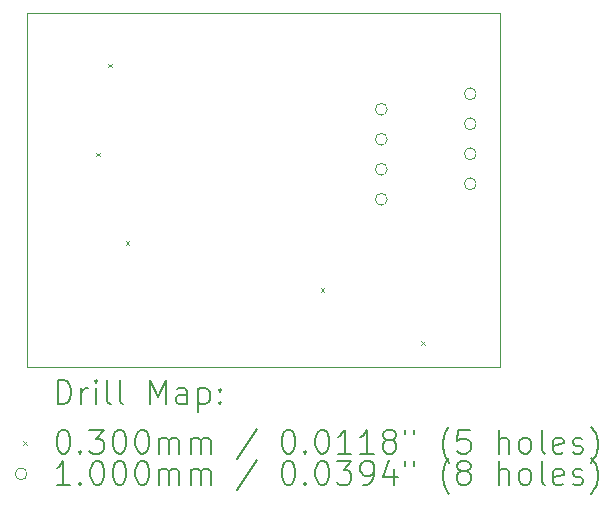
<source format=gbr>
%TF.GenerationSoftware,KiCad,Pcbnew,9.0.6*%
%TF.CreationDate,2025-11-11T11:50:56+01:00*%
%TF.ProjectId,tankuhr,74616e6b-7568-4722-9e6b-696361645f70,rev?*%
%TF.SameCoordinates,Original*%
%TF.FileFunction,Drillmap*%
%TF.FilePolarity,Positive*%
%FSLAX45Y45*%
G04 Gerber Fmt 4.5, Leading zero omitted, Abs format (unit mm)*
G04 Created by KiCad (PCBNEW 9.0.6) date 2025-11-11 11:50:56*
%MOMM*%
%LPD*%
G01*
G04 APERTURE LIST*
%ADD10C,0.050000*%
%ADD11C,0.200000*%
%ADD12C,0.100000*%
G04 APERTURE END LIST*
D10*
X3000000Y-4500000D02*
X7000000Y-4500000D01*
X7000000Y-7500000D01*
X3000000Y-7500000D01*
X3000000Y-4500000D01*
D11*
D12*
X3585000Y-5685000D02*
X3615000Y-5715000D01*
X3615000Y-5685000D02*
X3585000Y-5715000D01*
X3685000Y-4935000D02*
X3715000Y-4965000D01*
X3715000Y-4935000D02*
X3685000Y-4965000D01*
X3835000Y-6435000D02*
X3865000Y-6465000D01*
X3865000Y-6435000D02*
X3835000Y-6465000D01*
X5485000Y-6835000D02*
X5515000Y-6865000D01*
X5515000Y-6835000D02*
X5485000Y-6865000D01*
X6335000Y-7285000D02*
X6365000Y-7315000D01*
X6365000Y-7285000D02*
X6335000Y-7315000D01*
X6046750Y-5319000D02*
G75*
G02*
X5946750Y-5319000I-50000J0D01*
G01*
X5946750Y-5319000D02*
G75*
G02*
X6046750Y-5319000I50000J0D01*
G01*
X6046750Y-5573000D02*
G75*
G02*
X5946750Y-5573000I-50000J0D01*
G01*
X5946750Y-5573000D02*
G75*
G02*
X6046750Y-5573000I50000J0D01*
G01*
X6046750Y-5827000D02*
G75*
G02*
X5946750Y-5827000I-50000J0D01*
G01*
X5946750Y-5827000D02*
G75*
G02*
X6046750Y-5827000I50000J0D01*
G01*
X6046750Y-6081000D02*
G75*
G02*
X5946750Y-6081000I-50000J0D01*
G01*
X5946750Y-6081000D02*
G75*
G02*
X6046750Y-6081000I50000J0D01*
G01*
X6800000Y-5188000D02*
G75*
G02*
X6700000Y-5188000I-50000J0D01*
G01*
X6700000Y-5188000D02*
G75*
G02*
X6800000Y-5188000I50000J0D01*
G01*
X6800000Y-5442000D02*
G75*
G02*
X6700000Y-5442000I-50000J0D01*
G01*
X6700000Y-5442000D02*
G75*
G02*
X6800000Y-5442000I50000J0D01*
G01*
X6800000Y-5696000D02*
G75*
G02*
X6700000Y-5696000I-50000J0D01*
G01*
X6700000Y-5696000D02*
G75*
G02*
X6800000Y-5696000I50000J0D01*
G01*
X6800000Y-5950000D02*
G75*
G02*
X6700000Y-5950000I-50000J0D01*
G01*
X6700000Y-5950000D02*
G75*
G02*
X6800000Y-5950000I50000J0D01*
G01*
D11*
X3258277Y-7813984D02*
X3258277Y-7613984D01*
X3258277Y-7613984D02*
X3305896Y-7613984D01*
X3305896Y-7613984D02*
X3334467Y-7623508D01*
X3334467Y-7623508D02*
X3353515Y-7642555D01*
X3353515Y-7642555D02*
X3363039Y-7661603D01*
X3363039Y-7661603D02*
X3372562Y-7699698D01*
X3372562Y-7699698D02*
X3372562Y-7728269D01*
X3372562Y-7728269D02*
X3363039Y-7766365D01*
X3363039Y-7766365D02*
X3353515Y-7785412D01*
X3353515Y-7785412D02*
X3334467Y-7804460D01*
X3334467Y-7804460D02*
X3305896Y-7813984D01*
X3305896Y-7813984D02*
X3258277Y-7813984D01*
X3458277Y-7813984D02*
X3458277Y-7680650D01*
X3458277Y-7718746D02*
X3467801Y-7699698D01*
X3467801Y-7699698D02*
X3477324Y-7690174D01*
X3477324Y-7690174D02*
X3496372Y-7680650D01*
X3496372Y-7680650D02*
X3515420Y-7680650D01*
X3582086Y-7813984D02*
X3582086Y-7680650D01*
X3582086Y-7613984D02*
X3572562Y-7623508D01*
X3572562Y-7623508D02*
X3582086Y-7633031D01*
X3582086Y-7633031D02*
X3591610Y-7623508D01*
X3591610Y-7623508D02*
X3582086Y-7613984D01*
X3582086Y-7613984D02*
X3582086Y-7633031D01*
X3705896Y-7813984D02*
X3686848Y-7804460D01*
X3686848Y-7804460D02*
X3677324Y-7785412D01*
X3677324Y-7785412D02*
X3677324Y-7613984D01*
X3810658Y-7813984D02*
X3791610Y-7804460D01*
X3791610Y-7804460D02*
X3782086Y-7785412D01*
X3782086Y-7785412D02*
X3782086Y-7613984D01*
X4039229Y-7813984D02*
X4039229Y-7613984D01*
X4039229Y-7613984D02*
X4105896Y-7756841D01*
X4105896Y-7756841D02*
X4172562Y-7613984D01*
X4172562Y-7613984D02*
X4172562Y-7813984D01*
X4353515Y-7813984D02*
X4353515Y-7709222D01*
X4353515Y-7709222D02*
X4343991Y-7690174D01*
X4343991Y-7690174D02*
X4324944Y-7680650D01*
X4324944Y-7680650D02*
X4286848Y-7680650D01*
X4286848Y-7680650D02*
X4267801Y-7690174D01*
X4353515Y-7804460D02*
X4334467Y-7813984D01*
X4334467Y-7813984D02*
X4286848Y-7813984D01*
X4286848Y-7813984D02*
X4267801Y-7804460D01*
X4267801Y-7804460D02*
X4258277Y-7785412D01*
X4258277Y-7785412D02*
X4258277Y-7766365D01*
X4258277Y-7766365D02*
X4267801Y-7747317D01*
X4267801Y-7747317D02*
X4286848Y-7737793D01*
X4286848Y-7737793D02*
X4334467Y-7737793D01*
X4334467Y-7737793D02*
X4353515Y-7728269D01*
X4448753Y-7680650D02*
X4448753Y-7880650D01*
X4448753Y-7690174D02*
X4467801Y-7680650D01*
X4467801Y-7680650D02*
X4505896Y-7680650D01*
X4505896Y-7680650D02*
X4524944Y-7690174D01*
X4524944Y-7690174D02*
X4534467Y-7699698D01*
X4534467Y-7699698D02*
X4543991Y-7718746D01*
X4543991Y-7718746D02*
X4543991Y-7775888D01*
X4543991Y-7775888D02*
X4534467Y-7794936D01*
X4534467Y-7794936D02*
X4524944Y-7804460D01*
X4524944Y-7804460D02*
X4505896Y-7813984D01*
X4505896Y-7813984D02*
X4467801Y-7813984D01*
X4467801Y-7813984D02*
X4448753Y-7804460D01*
X4629705Y-7794936D02*
X4639229Y-7804460D01*
X4639229Y-7804460D02*
X4629705Y-7813984D01*
X4629705Y-7813984D02*
X4620182Y-7804460D01*
X4620182Y-7804460D02*
X4629705Y-7794936D01*
X4629705Y-7794936D02*
X4629705Y-7813984D01*
X4629705Y-7690174D02*
X4639229Y-7699698D01*
X4639229Y-7699698D02*
X4629705Y-7709222D01*
X4629705Y-7709222D02*
X4620182Y-7699698D01*
X4620182Y-7699698D02*
X4629705Y-7690174D01*
X4629705Y-7690174D02*
X4629705Y-7709222D01*
D12*
X2967500Y-8127500D02*
X2997500Y-8157500D01*
X2997500Y-8127500D02*
X2967500Y-8157500D01*
D11*
X3296372Y-8033984D02*
X3315420Y-8033984D01*
X3315420Y-8033984D02*
X3334467Y-8043508D01*
X3334467Y-8043508D02*
X3343991Y-8053031D01*
X3343991Y-8053031D02*
X3353515Y-8072079D01*
X3353515Y-8072079D02*
X3363039Y-8110174D01*
X3363039Y-8110174D02*
X3363039Y-8157793D01*
X3363039Y-8157793D02*
X3353515Y-8195888D01*
X3353515Y-8195888D02*
X3343991Y-8214936D01*
X3343991Y-8214936D02*
X3334467Y-8224460D01*
X3334467Y-8224460D02*
X3315420Y-8233984D01*
X3315420Y-8233984D02*
X3296372Y-8233984D01*
X3296372Y-8233984D02*
X3277324Y-8224460D01*
X3277324Y-8224460D02*
X3267801Y-8214936D01*
X3267801Y-8214936D02*
X3258277Y-8195888D01*
X3258277Y-8195888D02*
X3248753Y-8157793D01*
X3248753Y-8157793D02*
X3248753Y-8110174D01*
X3248753Y-8110174D02*
X3258277Y-8072079D01*
X3258277Y-8072079D02*
X3267801Y-8053031D01*
X3267801Y-8053031D02*
X3277324Y-8043508D01*
X3277324Y-8043508D02*
X3296372Y-8033984D01*
X3448753Y-8214936D02*
X3458277Y-8224460D01*
X3458277Y-8224460D02*
X3448753Y-8233984D01*
X3448753Y-8233984D02*
X3439229Y-8224460D01*
X3439229Y-8224460D02*
X3448753Y-8214936D01*
X3448753Y-8214936D02*
X3448753Y-8233984D01*
X3524943Y-8033984D02*
X3648753Y-8033984D01*
X3648753Y-8033984D02*
X3582086Y-8110174D01*
X3582086Y-8110174D02*
X3610658Y-8110174D01*
X3610658Y-8110174D02*
X3629705Y-8119698D01*
X3629705Y-8119698D02*
X3639229Y-8129222D01*
X3639229Y-8129222D02*
X3648753Y-8148269D01*
X3648753Y-8148269D02*
X3648753Y-8195888D01*
X3648753Y-8195888D02*
X3639229Y-8214936D01*
X3639229Y-8214936D02*
X3629705Y-8224460D01*
X3629705Y-8224460D02*
X3610658Y-8233984D01*
X3610658Y-8233984D02*
X3553515Y-8233984D01*
X3553515Y-8233984D02*
X3534467Y-8224460D01*
X3534467Y-8224460D02*
X3524943Y-8214936D01*
X3772562Y-8033984D02*
X3791610Y-8033984D01*
X3791610Y-8033984D02*
X3810658Y-8043508D01*
X3810658Y-8043508D02*
X3820182Y-8053031D01*
X3820182Y-8053031D02*
X3829705Y-8072079D01*
X3829705Y-8072079D02*
X3839229Y-8110174D01*
X3839229Y-8110174D02*
X3839229Y-8157793D01*
X3839229Y-8157793D02*
X3829705Y-8195888D01*
X3829705Y-8195888D02*
X3820182Y-8214936D01*
X3820182Y-8214936D02*
X3810658Y-8224460D01*
X3810658Y-8224460D02*
X3791610Y-8233984D01*
X3791610Y-8233984D02*
X3772562Y-8233984D01*
X3772562Y-8233984D02*
X3753515Y-8224460D01*
X3753515Y-8224460D02*
X3743991Y-8214936D01*
X3743991Y-8214936D02*
X3734467Y-8195888D01*
X3734467Y-8195888D02*
X3724943Y-8157793D01*
X3724943Y-8157793D02*
X3724943Y-8110174D01*
X3724943Y-8110174D02*
X3734467Y-8072079D01*
X3734467Y-8072079D02*
X3743991Y-8053031D01*
X3743991Y-8053031D02*
X3753515Y-8043508D01*
X3753515Y-8043508D02*
X3772562Y-8033984D01*
X3963039Y-8033984D02*
X3982086Y-8033984D01*
X3982086Y-8033984D02*
X4001134Y-8043508D01*
X4001134Y-8043508D02*
X4010658Y-8053031D01*
X4010658Y-8053031D02*
X4020182Y-8072079D01*
X4020182Y-8072079D02*
X4029705Y-8110174D01*
X4029705Y-8110174D02*
X4029705Y-8157793D01*
X4029705Y-8157793D02*
X4020182Y-8195888D01*
X4020182Y-8195888D02*
X4010658Y-8214936D01*
X4010658Y-8214936D02*
X4001134Y-8224460D01*
X4001134Y-8224460D02*
X3982086Y-8233984D01*
X3982086Y-8233984D02*
X3963039Y-8233984D01*
X3963039Y-8233984D02*
X3943991Y-8224460D01*
X3943991Y-8224460D02*
X3934467Y-8214936D01*
X3934467Y-8214936D02*
X3924943Y-8195888D01*
X3924943Y-8195888D02*
X3915420Y-8157793D01*
X3915420Y-8157793D02*
X3915420Y-8110174D01*
X3915420Y-8110174D02*
X3924943Y-8072079D01*
X3924943Y-8072079D02*
X3934467Y-8053031D01*
X3934467Y-8053031D02*
X3943991Y-8043508D01*
X3943991Y-8043508D02*
X3963039Y-8033984D01*
X4115420Y-8233984D02*
X4115420Y-8100650D01*
X4115420Y-8119698D02*
X4124943Y-8110174D01*
X4124943Y-8110174D02*
X4143991Y-8100650D01*
X4143991Y-8100650D02*
X4172563Y-8100650D01*
X4172563Y-8100650D02*
X4191610Y-8110174D01*
X4191610Y-8110174D02*
X4201134Y-8129222D01*
X4201134Y-8129222D02*
X4201134Y-8233984D01*
X4201134Y-8129222D02*
X4210658Y-8110174D01*
X4210658Y-8110174D02*
X4229705Y-8100650D01*
X4229705Y-8100650D02*
X4258277Y-8100650D01*
X4258277Y-8100650D02*
X4277325Y-8110174D01*
X4277325Y-8110174D02*
X4286848Y-8129222D01*
X4286848Y-8129222D02*
X4286848Y-8233984D01*
X4382086Y-8233984D02*
X4382086Y-8100650D01*
X4382086Y-8119698D02*
X4391610Y-8110174D01*
X4391610Y-8110174D02*
X4410658Y-8100650D01*
X4410658Y-8100650D02*
X4439229Y-8100650D01*
X4439229Y-8100650D02*
X4458277Y-8110174D01*
X4458277Y-8110174D02*
X4467801Y-8129222D01*
X4467801Y-8129222D02*
X4467801Y-8233984D01*
X4467801Y-8129222D02*
X4477325Y-8110174D01*
X4477325Y-8110174D02*
X4496372Y-8100650D01*
X4496372Y-8100650D02*
X4524944Y-8100650D01*
X4524944Y-8100650D02*
X4543991Y-8110174D01*
X4543991Y-8110174D02*
X4553515Y-8129222D01*
X4553515Y-8129222D02*
X4553515Y-8233984D01*
X4943991Y-8024460D02*
X4772563Y-8281603D01*
X5201134Y-8033984D02*
X5220182Y-8033984D01*
X5220182Y-8033984D02*
X5239229Y-8043508D01*
X5239229Y-8043508D02*
X5248753Y-8053031D01*
X5248753Y-8053031D02*
X5258277Y-8072079D01*
X5258277Y-8072079D02*
X5267801Y-8110174D01*
X5267801Y-8110174D02*
X5267801Y-8157793D01*
X5267801Y-8157793D02*
X5258277Y-8195888D01*
X5258277Y-8195888D02*
X5248753Y-8214936D01*
X5248753Y-8214936D02*
X5239229Y-8224460D01*
X5239229Y-8224460D02*
X5220182Y-8233984D01*
X5220182Y-8233984D02*
X5201134Y-8233984D01*
X5201134Y-8233984D02*
X5182087Y-8224460D01*
X5182087Y-8224460D02*
X5172563Y-8214936D01*
X5172563Y-8214936D02*
X5163039Y-8195888D01*
X5163039Y-8195888D02*
X5153515Y-8157793D01*
X5153515Y-8157793D02*
X5153515Y-8110174D01*
X5153515Y-8110174D02*
X5163039Y-8072079D01*
X5163039Y-8072079D02*
X5172563Y-8053031D01*
X5172563Y-8053031D02*
X5182087Y-8043508D01*
X5182087Y-8043508D02*
X5201134Y-8033984D01*
X5353515Y-8214936D02*
X5363039Y-8224460D01*
X5363039Y-8224460D02*
X5353515Y-8233984D01*
X5353515Y-8233984D02*
X5343991Y-8224460D01*
X5343991Y-8224460D02*
X5353515Y-8214936D01*
X5353515Y-8214936D02*
X5353515Y-8233984D01*
X5486848Y-8033984D02*
X5505896Y-8033984D01*
X5505896Y-8033984D02*
X5524944Y-8043508D01*
X5524944Y-8043508D02*
X5534468Y-8053031D01*
X5534468Y-8053031D02*
X5543991Y-8072079D01*
X5543991Y-8072079D02*
X5553515Y-8110174D01*
X5553515Y-8110174D02*
X5553515Y-8157793D01*
X5553515Y-8157793D02*
X5543991Y-8195888D01*
X5543991Y-8195888D02*
X5534468Y-8214936D01*
X5534468Y-8214936D02*
X5524944Y-8224460D01*
X5524944Y-8224460D02*
X5505896Y-8233984D01*
X5505896Y-8233984D02*
X5486848Y-8233984D01*
X5486848Y-8233984D02*
X5467801Y-8224460D01*
X5467801Y-8224460D02*
X5458277Y-8214936D01*
X5458277Y-8214936D02*
X5448753Y-8195888D01*
X5448753Y-8195888D02*
X5439229Y-8157793D01*
X5439229Y-8157793D02*
X5439229Y-8110174D01*
X5439229Y-8110174D02*
X5448753Y-8072079D01*
X5448753Y-8072079D02*
X5458277Y-8053031D01*
X5458277Y-8053031D02*
X5467801Y-8043508D01*
X5467801Y-8043508D02*
X5486848Y-8033984D01*
X5743991Y-8233984D02*
X5629706Y-8233984D01*
X5686848Y-8233984D02*
X5686848Y-8033984D01*
X5686848Y-8033984D02*
X5667801Y-8062555D01*
X5667801Y-8062555D02*
X5648753Y-8081603D01*
X5648753Y-8081603D02*
X5629706Y-8091127D01*
X5934467Y-8233984D02*
X5820182Y-8233984D01*
X5877325Y-8233984D02*
X5877325Y-8033984D01*
X5877325Y-8033984D02*
X5858277Y-8062555D01*
X5858277Y-8062555D02*
X5839229Y-8081603D01*
X5839229Y-8081603D02*
X5820182Y-8091127D01*
X6048753Y-8119698D02*
X6029706Y-8110174D01*
X6029706Y-8110174D02*
X6020182Y-8100650D01*
X6020182Y-8100650D02*
X6010658Y-8081603D01*
X6010658Y-8081603D02*
X6010658Y-8072079D01*
X6010658Y-8072079D02*
X6020182Y-8053031D01*
X6020182Y-8053031D02*
X6029706Y-8043508D01*
X6029706Y-8043508D02*
X6048753Y-8033984D01*
X6048753Y-8033984D02*
X6086848Y-8033984D01*
X6086848Y-8033984D02*
X6105896Y-8043508D01*
X6105896Y-8043508D02*
X6115420Y-8053031D01*
X6115420Y-8053031D02*
X6124944Y-8072079D01*
X6124944Y-8072079D02*
X6124944Y-8081603D01*
X6124944Y-8081603D02*
X6115420Y-8100650D01*
X6115420Y-8100650D02*
X6105896Y-8110174D01*
X6105896Y-8110174D02*
X6086848Y-8119698D01*
X6086848Y-8119698D02*
X6048753Y-8119698D01*
X6048753Y-8119698D02*
X6029706Y-8129222D01*
X6029706Y-8129222D02*
X6020182Y-8138746D01*
X6020182Y-8138746D02*
X6010658Y-8157793D01*
X6010658Y-8157793D02*
X6010658Y-8195888D01*
X6010658Y-8195888D02*
X6020182Y-8214936D01*
X6020182Y-8214936D02*
X6029706Y-8224460D01*
X6029706Y-8224460D02*
X6048753Y-8233984D01*
X6048753Y-8233984D02*
X6086848Y-8233984D01*
X6086848Y-8233984D02*
X6105896Y-8224460D01*
X6105896Y-8224460D02*
X6115420Y-8214936D01*
X6115420Y-8214936D02*
X6124944Y-8195888D01*
X6124944Y-8195888D02*
X6124944Y-8157793D01*
X6124944Y-8157793D02*
X6115420Y-8138746D01*
X6115420Y-8138746D02*
X6105896Y-8129222D01*
X6105896Y-8129222D02*
X6086848Y-8119698D01*
X6201134Y-8033984D02*
X6201134Y-8072079D01*
X6277325Y-8033984D02*
X6277325Y-8072079D01*
X6572563Y-8310174D02*
X6563039Y-8300650D01*
X6563039Y-8300650D02*
X6543991Y-8272079D01*
X6543991Y-8272079D02*
X6534468Y-8253031D01*
X6534468Y-8253031D02*
X6524944Y-8224460D01*
X6524944Y-8224460D02*
X6515420Y-8176841D01*
X6515420Y-8176841D02*
X6515420Y-8138746D01*
X6515420Y-8138746D02*
X6524944Y-8091127D01*
X6524944Y-8091127D02*
X6534468Y-8062555D01*
X6534468Y-8062555D02*
X6543991Y-8043508D01*
X6543991Y-8043508D02*
X6563039Y-8014936D01*
X6563039Y-8014936D02*
X6572563Y-8005412D01*
X6743991Y-8033984D02*
X6648753Y-8033984D01*
X6648753Y-8033984D02*
X6639229Y-8129222D01*
X6639229Y-8129222D02*
X6648753Y-8119698D01*
X6648753Y-8119698D02*
X6667801Y-8110174D01*
X6667801Y-8110174D02*
X6715420Y-8110174D01*
X6715420Y-8110174D02*
X6734468Y-8119698D01*
X6734468Y-8119698D02*
X6743991Y-8129222D01*
X6743991Y-8129222D02*
X6753515Y-8148269D01*
X6753515Y-8148269D02*
X6753515Y-8195888D01*
X6753515Y-8195888D02*
X6743991Y-8214936D01*
X6743991Y-8214936D02*
X6734468Y-8224460D01*
X6734468Y-8224460D02*
X6715420Y-8233984D01*
X6715420Y-8233984D02*
X6667801Y-8233984D01*
X6667801Y-8233984D02*
X6648753Y-8224460D01*
X6648753Y-8224460D02*
X6639229Y-8214936D01*
X6991610Y-8233984D02*
X6991610Y-8033984D01*
X7077325Y-8233984D02*
X7077325Y-8129222D01*
X7077325Y-8129222D02*
X7067801Y-8110174D01*
X7067801Y-8110174D02*
X7048753Y-8100650D01*
X7048753Y-8100650D02*
X7020182Y-8100650D01*
X7020182Y-8100650D02*
X7001134Y-8110174D01*
X7001134Y-8110174D02*
X6991610Y-8119698D01*
X7201134Y-8233984D02*
X7182087Y-8224460D01*
X7182087Y-8224460D02*
X7172563Y-8214936D01*
X7172563Y-8214936D02*
X7163039Y-8195888D01*
X7163039Y-8195888D02*
X7163039Y-8138746D01*
X7163039Y-8138746D02*
X7172563Y-8119698D01*
X7172563Y-8119698D02*
X7182087Y-8110174D01*
X7182087Y-8110174D02*
X7201134Y-8100650D01*
X7201134Y-8100650D02*
X7229706Y-8100650D01*
X7229706Y-8100650D02*
X7248753Y-8110174D01*
X7248753Y-8110174D02*
X7258277Y-8119698D01*
X7258277Y-8119698D02*
X7267801Y-8138746D01*
X7267801Y-8138746D02*
X7267801Y-8195888D01*
X7267801Y-8195888D02*
X7258277Y-8214936D01*
X7258277Y-8214936D02*
X7248753Y-8224460D01*
X7248753Y-8224460D02*
X7229706Y-8233984D01*
X7229706Y-8233984D02*
X7201134Y-8233984D01*
X7382087Y-8233984D02*
X7363039Y-8224460D01*
X7363039Y-8224460D02*
X7353515Y-8205412D01*
X7353515Y-8205412D02*
X7353515Y-8033984D01*
X7534468Y-8224460D02*
X7515420Y-8233984D01*
X7515420Y-8233984D02*
X7477325Y-8233984D01*
X7477325Y-8233984D02*
X7458277Y-8224460D01*
X7458277Y-8224460D02*
X7448753Y-8205412D01*
X7448753Y-8205412D02*
X7448753Y-8129222D01*
X7448753Y-8129222D02*
X7458277Y-8110174D01*
X7458277Y-8110174D02*
X7477325Y-8100650D01*
X7477325Y-8100650D02*
X7515420Y-8100650D01*
X7515420Y-8100650D02*
X7534468Y-8110174D01*
X7534468Y-8110174D02*
X7543991Y-8129222D01*
X7543991Y-8129222D02*
X7543991Y-8148269D01*
X7543991Y-8148269D02*
X7448753Y-8167317D01*
X7620182Y-8224460D02*
X7639230Y-8233984D01*
X7639230Y-8233984D02*
X7677325Y-8233984D01*
X7677325Y-8233984D02*
X7696372Y-8224460D01*
X7696372Y-8224460D02*
X7705896Y-8205412D01*
X7705896Y-8205412D02*
X7705896Y-8195888D01*
X7705896Y-8195888D02*
X7696372Y-8176841D01*
X7696372Y-8176841D02*
X7677325Y-8167317D01*
X7677325Y-8167317D02*
X7648753Y-8167317D01*
X7648753Y-8167317D02*
X7629706Y-8157793D01*
X7629706Y-8157793D02*
X7620182Y-8138746D01*
X7620182Y-8138746D02*
X7620182Y-8129222D01*
X7620182Y-8129222D02*
X7629706Y-8110174D01*
X7629706Y-8110174D02*
X7648753Y-8100650D01*
X7648753Y-8100650D02*
X7677325Y-8100650D01*
X7677325Y-8100650D02*
X7696372Y-8110174D01*
X7772563Y-8310174D02*
X7782087Y-8300650D01*
X7782087Y-8300650D02*
X7801134Y-8272079D01*
X7801134Y-8272079D02*
X7810658Y-8253031D01*
X7810658Y-8253031D02*
X7820182Y-8224460D01*
X7820182Y-8224460D02*
X7829706Y-8176841D01*
X7829706Y-8176841D02*
X7829706Y-8138746D01*
X7829706Y-8138746D02*
X7820182Y-8091127D01*
X7820182Y-8091127D02*
X7810658Y-8062555D01*
X7810658Y-8062555D02*
X7801134Y-8043508D01*
X7801134Y-8043508D02*
X7782087Y-8014936D01*
X7782087Y-8014936D02*
X7772563Y-8005412D01*
D12*
X2997500Y-8406500D02*
G75*
G02*
X2897500Y-8406500I-50000J0D01*
G01*
X2897500Y-8406500D02*
G75*
G02*
X2997500Y-8406500I50000J0D01*
G01*
D11*
X3363039Y-8497984D02*
X3248753Y-8497984D01*
X3305896Y-8497984D02*
X3305896Y-8297984D01*
X3305896Y-8297984D02*
X3286848Y-8326555D01*
X3286848Y-8326555D02*
X3267801Y-8345603D01*
X3267801Y-8345603D02*
X3248753Y-8355127D01*
X3448753Y-8478936D02*
X3458277Y-8488460D01*
X3458277Y-8488460D02*
X3448753Y-8497984D01*
X3448753Y-8497984D02*
X3439229Y-8488460D01*
X3439229Y-8488460D02*
X3448753Y-8478936D01*
X3448753Y-8478936D02*
X3448753Y-8497984D01*
X3582086Y-8297984D02*
X3601134Y-8297984D01*
X3601134Y-8297984D02*
X3620182Y-8307508D01*
X3620182Y-8307508D02*
X3629705Y-8317031D01*
X3629705Y-8317031D02*
X3639229Y-8336079D01*
X3639229Y-8336079D02*
X3648753Y-8374174D01*
X3648753Y-8374174D02*
X3648753Y-8421793D01*
X3648753Y-8421793D02*
X3639229Y-8459889D01*
X3639229Y-8459889D02*
X3629705Y-8478936D01*
X3629705Y-8478936D02*
X3620182Y-8488460D01*
X3620182Y-8488460D02*
X3601134Y-8497984D01*
X3601134Y-8497984D02*
X3582086Y-8497984D01*
X3582086Y-8497984D02*
X3563039Y-8488460D01*
X3563039Y-8488460D02*
X3553515Y-8478936D01*
X3553515Y-8478936D02*
X3543991Y-8459889D01*
X3543991Y-8459889D02*
X3534467Y-8421793D01*
X3534467Y-8421793D02*
X3534467Y-8374174D01*
X3534467Y-8374174D02*
X3543991Y-8336079D01*
X3543991Y-8336079D02*
X3553515Y-8317031D01*
X3553515Y-8317031D02*
X3563039Y-8307508D01*
X3563039Y-8307508D02*
X3582086Y-8297984D01*
X3772562Y-8297984D02*
X3791610Y-8297984D01*
X3791610Y-8297984D02*
X3810658Y-8307508D01*
X3810658Y-8307508D02*
X3820182Y-8317031D01*
X3820182Y-8317031D02*
X3829705Y-8336079D01*
X3829705Y-8336079D02*
X3839229Y-8374174D01*
X3839229Y-8374174D02*
X3839229Y-8421793D01*
X3839229Y-8421793D02*
X3829705Y-8459889D01*
X3829705Y-8459889D02*
X3820182Y-8478936D01*
X3820182Y-8478936D02*
X3810658Y-8488460D01*
X3810658Y-8488460D02*
X3791610Y-8497984D01*
X3791610Y-8497984D02*
X3772562Y-8497984D01*
X3772562Y-8497984D02*
X3753515Y-8488460D01*
X3753515Y-8488460D02*
X3743991Y-8478936D01*
X3743991Y-8478936D02*
X3734467Y-8459889D01*
X3734467Y-8459889D02*
X3724943Y-8421793D01*
X3724943Y-8421793D02*
X3724943Y-8374174D01*
X3724943Y-8374174D02*
X3734467Y-8336079D01*
X3734467Y-8336079D02*
X3743991Y-8317031D01*
X3743991Y-8317031D02*
X3753515Y-8307508D01*
X3753515Y-8307508D02*
X3772562Y-8297984D01*
X3963039Y-8297984D02*
X3982086Y-8297984D01*
X3982086Y-8297984D02*
X4001134Y-8307508D01*
X4001134Y-8307508D02*
X4010658Y-8317031D01*
X4010658Y-8317031D02*
X4020182Y-8336079D01*
X4020182Y-8336079D02*
X4029705Y-8374174D01*
X4029705Y-8374174D02*
X4029705Y-8421793D01*
X4029705Y-8421793D02*
X4020182Y-8459889D01*
X4020182Y-8459889D02*
X4010658Y-8478936D01*
X4010658Y-8478936D02*
X4001134Y-8488460D01*
X4001134Y-8488460D02*
X3982086Y-8497984D01*
X3982086Y-8497984D02*
X3963039Y-8497984D01*
X3963039Y-8497984D02*
X3943991Y-8488460D01*
X3943991Y-8488460D02*
X3934467Y-8478936D01*
X3934467Y-8478936D02*
X3924943Y-8459889D01*
X3924943Y-8459889D02*
X3915420Y-8421793D01*
X3915420Y-8421793D02*
X3915420Y-8374174D01*
X3915420Y-8374174D02*
X3924943Y-8336079D01*
X3924943Y-8336079D02*
X3934467Y-8317031D01*
X3934467Y-8317031D02*
X3943991Y-8307508D01*
X3943991Y-8307508D02*
X3963039Y-8297984D01*
X4115420Y-8497984D02*
X4115420Y-8364650D01*
X4115420Y-8383698D02*
X4124943Y-8374174D01*
X4124943Y-8374174D02*
X4143991Y-8364650D01*
X4143991Y-8364650D02*
X4172563Y-8364650D01*
X4172563Y-8364650D02*
X4191610Y-8374174D01*
X4191610Y-8374174D02*
X4201134Y-8393222D01*
X4201134Y-8393222D02*
X4201134Y-8497984D01*
X4201134Y-8393222D02*
X4210658Y-8374174D01*
X4210658Y-8374174D02*
X4229705Y-8364650D01*
X4229705Y-8364650D02*
X4258277Y-8364650D01*
X4258277Y-8364650D02*
X4277325Y-8374174D01*
X4277325Y-8374174D02*
X4286848Y-8393222D01*
X4286848Y-8393222D02*
X4286848Y-8497984D01*
X4382086Y-8497984D02*
X4382086Y-8364650D01*
X4382086Y-8383698D02*
X4391610Y-8374174D01*
X4391610Y-8374174D02*
X4410658Y-8364650D01*
X4410658Y-8364650D02*
X4439229Y-8364650D01*
X4439229Y-8364650D02*
X4458277Y-8374174D01*
X4458277Y-8374174D02*
X4467801Y-8393222D01*
X4467801Y-8393222D02*
X4467801Y-8497984D01*
X4467801Y-8393222D02*
X4477325Y-8374174D01*
X4477325Y-8374174D02*
X4496372Y-8364650D01*
X4496372Y-8364650D02*
X4524944Y-8364650D01*
X4524944Y-8364650D02*
X4543991Y-8374174D01*
X4543991Y-8374174D02*
X4553515Y-8393222D01*
X4553515Y-8393222D02*
X4553515Y-8497984D01*
X4943991Y-8288460D02*
X4772563Y-8545603D01*
X5201134Y-8297984D02*
X5220182Y-8297984D01*
X5220182Y-8297984D02*
X5239229Y-8307508D01*
X5239229Y-8307508D02*
X5248753Y-8317031D01*
X5248753Y-8317031D02*
X5258277Y-8336079D01*
X5258277Y-8336079D02*
X5267801Y-8374174D01*
X5267801Y-8374174D02*
X5267801Y-8421793D01*
X5267801Y-8421793D02*
X5258277Y-8459889D01*
X5258277Y-8459889D02*
X5248753Y-8478936D01*
X5248753Y-8478936D02*
X5239229Y-8488460D01*
X5239229Y-8488460D02*
X5220182Y-8497984D01*
X5220182Y-8497984D02*
X5201134Y-8497984D01*
X5201134Y-8497984D02*
X5182087Y-8488460D01*
X5182087Y-8488460D02*
X5172563Y-8478936D01*
X5172563Y-8478936D02*
X5163039Y-8459889D01*
X5163039Y-8459889D02*
X5153515Y-8421793D01*
X5153515Y-8421793D02*
X5153515Y-8374174D01*
X5153515Y-8374174D02*
X5163039Y-8336079D01*
X5163039Y-8336079D02*
X5172563Y-8317031D01*
X5172563Y-8317031D02*
X5182087Y-8307508D01*
X5182087Y-8307508D02*
X5201134Y-8297984D01*
X5353515Y-8478936D02*
X5363039Y-8488460D01*
X5363039Y-8488460D02*
X5353515Y-8497984D01*
X5353515Y-8497984D02*
X5343991Y-8488460D01*
X5343991Y-8488460D02*
X5353515Y-8478936D01*
X5353515Y-8478936D02*
X5353515Y-8497984D01*
X5486848Y-8297984D02*
X5505896Y-8297984D01*
X5505896Y-8297984D02*
X5524944Y-8307508D01*
X5524944Y-8307508D02*
X5534468Y-8317031D01*
X5534468Y-8317031D02*
X5543991Y-8336079D01*
X5543991Y-8336079D02*
X5553515Y-8374174D01*
X5553515Y-8374174D02*
X5553515Y-8421793D01*
X5553515Y-8421793D02*
X5543991Y-8459889D01*
X5543991Y-8459889D02*
X5534468Y-8478936D01*
X5534468Y-8478936D02*
X5524944Y-8488460D01*
X5524944Y-8488460D02*
X5505896Y-8497984D01*
X5505896Y-8497984D02*
X5486848Y-8497984D01*
X5486848Y-8497984D02*
X5467801Y-8488460D01*
X5467801Y-8488460D02*
X5458277Y-8478936D01*
X5458277Y-8478936D02*
X5448753Y-8459889D01*
X5448753Y-8459889D02*
X5439229Y-8421793D01*
X5439229Y-8421793D02*
X5439229Y-8374174D01*
X5439229Y-8374174D02*
X5448753Y-8336079D01*
X5448753Y-8336079D02*
X5458277Y-8317031D01*
X5458277Y-8317031D02*
X5467801Y-8307508D01*
X5467801Y-8307508D02*
X5486848Y-8297984D01*
X5620182Y-8297984D02*
X5743991Y-8297984D01*
X5743991Y-8297984D02*
X5677325Y-8374174D01*
X5677325Y-8374174D02*
X5705896Y-8374174D01*
X5705896Y-8374174D02*
X5724944Y-8383698D01*
X5724944Y-8383698D02*
X5734467Y-8393222D01*
X5734467Y-8393222D02*
X5743991Y-8412270D01*
X5743991Y-8412270D02*
X5743991Y-8459889D01*
X5743991Y-8459889D02*
X5734467Y-8478936D01*
X5734467Y-8478936D02*
X5724944Y-8488460D01*
X5724944Y-8488460D02*
X5705896Y-8497984D01*
X5705896Y-8497984D02*
X5648753Y-8497984D01*
X5648753Y-8497984D02*
X5629706Y-8488460D01*
X5629706Y-8488460D02*
X5620182Y-8478936D01*
X5839229Y-8497984D02*
X5877325Y-8497984D01*
X5877325Y-8497984D02*
X5896372Y-8488460D01*
X5896372Y-8488460D02*
X5905896Y-8478936D01*
X5905896Y-8478936D02*
X5924944Y-8450365D01*
X5924944Y-8450365D02*
X5934467Y-8412270D01*
X5934467Y-8412270D02*
X5934467Y-8336079D01*
X5934467Y-8336079D02*
X5924944Y-8317031D01*
X5924944Y-8317031D02*
X5915420Y-8307508D01*
X5915420Y-8307508D02*
X5896372Y-8297984D01*
X5896372Y-8297984D02*
X5858277Y-8297984D01*
X5858277Y-8297984D02*
X5839229Y-8307508D01*
X5839229Y-8307508D02*
X5829706Y-8317031D01*
X5829706Y-8317031D02*
X5820182Y-8336079D01*
X5820182Y-8336079D02*
X5820182Y-8383698D01*
X5820182Y-8383698D02*
X5829706Y-8402746D01*
X5829706Y-8402746D02*
X5839229Y-8412270D01*
X5839229Y-8412270D02*
X5858277Y-8421793D01*
X5858277Y-8421793D02*
X5896372Y-8421793D01*
X5896372Y-8421793D02*
X5915420Y-8412270D01*
X5915420Y-8412270D02*
X5924944Y-8402746D01*
X5924944Y-8402746D02*
X5934467Y-8383698D01*
X6105896Y-8364650D02*
X6105896Y-8497984D01*
X6058277Y-8288460D02*
X6010658Y-8431317D01*
X6010658Y-8431317D02*
X6134467Y-8431317D01*
X6201134Y-8297984D02*
X6201134Y-8336079D01*
X6277325Y-8297984D02*
X6277325Y-8336079D01*
X6572563Y-8574174D02*
X6563039Y-8564650D01*
X6563039Y-8564650D02*
X6543991Y-8536079D01*
X6543991Y-8536079D02*
X6534468Y-8517031D01*
X6534468Y-8517031D02*
X6524944Y-8488460D01*
X6524944Y-8488460D02*
X6515420Y-8440841D01*
X6515420Y-8440841D02*
X6515420Y-8402746D01*
X6515420Y-8402746D02*
X6524944Y-8355127D01*
X6524944Y-8355127D02*
X6534468Y-8326555D01*
X6534468Y-8326555D02*
X6543991Y-8307508D01*
X6543991Y-8307508D02*
X6563039Y-8278936D01*
X6563039Y-8278936D02*
X6572563Y-8269412D01*
X6677325Y-8383698D02*
X6658277Y-8374174D01*
X6658277Y-8374174D02*
X6648753Y-8364650D01*
X6648753Y-8364650D02*
X6639229Y-8345603D01*
X6639229Y-8345603D02*
X6639229Y-8336079D01*
X6639229Y-8336079D02*
X6648753Y-8317031D01*
X6648753Y-8317031D02*
X6658277Y-8307508D01*
X6658277Y-8307508D02*
X6677325Y-8297984D01*
X6677325Y-8297984D02*
X6715420Y-8297984D01*
X6715420Y-8297984D02*
X6734468Y-8307508D01*
X6734468Y-8307508D02*
X6743991Y-8317031D01*
X6743991Y-8317031D02*
X6753515Y-8336079D01*
X6753515Y-8336079D02*
X6753515Y-8345603D01*
X6753515Y-8345603D02*
X6743991Y-8364650D01*
X6743991Y-8364650D02*
X6734468Y-8374174D01*
X6734468Y-8374174D02*
X6715420Y-8383698D01*
X6715420Y-8383698D02*
X6677325Y-8383698D01*
X6677325Y-8383698D02*
X6658277Y-8393222D01*
X6658277Y-8393222D02*
X6648753Y-8402746D01*
X6648753Y-8402746D02*
X6639229Y-8421793D01*
X6639229Y-8421793D02*
X6639229Y-8459889D01*
X6639229Y-8459889D02*
X6648753Y-8478936D01*
X6648753Y-8478936D02*
X6658277Y-8488460D01*
X6658277Y-8488460D02*
X6677325Y-8497984D01*
X6677325Y-8497984D02*
X6715420Y-8497984D01*
X6715420Y-8497984D02*
X6734468Y-8488460D01*
X6734468Y-8488460D02*
X6743991Y-8478936D01*
X6743991Y-8478936D02*
X6753515Y-8459889D01*
X6753515Y-8459889D02*
X6753515Y-8421793D01*
X6753515Y-8421793D02*
X6743991Y-8402746D01*
X6743991Y-8402746D02*
X6734468Y-8393222D01*
X6734468Y-8393222D02*
X6715420Y-8383698D01*
X6991610Y-8497984D02*
X6991610Y-8297984D01*
X7077325Y-8497984D02*
X7077325Y-8393222D01*
X7077325Y-8393222D02*
X7067801Y-8374174D01*
X7067801Y-8374174D02*
X7048753Y-8364650D01*
X7048753Y-8364650D02*
X7020182Y-8364650D01*
X7020182Y-8364650D02*
X7001134Y-8374174D01*
X7001134Y-8374174D02*
X6991610Y-8383698D01*
X7201134Y-8497984D02*
X7182087Y-8488460D01*
X7182087Y-8488460D02*
X7172563Y-8478936D01*
X7172563Y-8478936D02*
X7163039Y-8459889D01*
X7163039Y-8459889D02*
X7163039Y-8402746D01*
X7163039Y-8402746D02*
X7172563Y-8383698D01*
X7172563Y-8383698D02*
X7182087Y-8374174D01*
X7182087Y-8374174D02*
X7201134Y-8364650D01*
X7201134Y-8364650D02*
X7229706Y-8364650D01*
X7229706Y-8364650D02*
X7248753Y-8374174D01*
X7248753Y-8374174D02*
X7258277Y-8383698D01*
X7258277Y-8383698D02*
X7267801Y-8402746D01*
X7267801Y-8402746D02*
X7267801Y-8459889D01*
X7267801Y-8459889D02*
X7258277Y-8478936D01*
X7258277Y-8478936D02*
X7248753Y-8488460D01*
X7248753Y-8488460D02*
X7229706Y-8497984D01*
X7229706Y-8497984D02*
X7201134Y-8497984D01*
X7382087Y-8497984D02*
X7363039Y-8488460D01*
X7363039Y-8488460D02*
X7353515Y-8469412D01*
X7353515Y-8469412D02*
X7353515Y-8297984D01*
X7534468Y-8488460D02*
X7515420Y-8497984D01*
X7515420Y-8497984D02*
X7477325Y-8497984D01*
X7477325Y-8497984D02*
X7458277Y-8488460D01*
X7458277Y-8488460D02*
X7448753Y-8469412D01*
X7448753Y-8469412D02*
X7448753Y-8393222D01*
X7448753Y-8393222D02*
X7458277Y-8374174D01*
X7458277Y-8374174D02*
X7477325Y-8364650D01*
X7477325Y-8364650D02*
X7515420Y-8364650D01*
X7515420Y-8364650D02*
X7534468Y-8374174D01*
X7534468Y-8374174D02*
X7543991Y-8393222D01*
X7543991Y-8393222D02*
X7543991Y-8412270D01*
X7543991Y-8412270D02*
X7448753Y-8431317D01*
X7620182Y-8488460D02*
X7639230Y-8497984D01*
X7639230Y-8497984D02*
X7677325Y-8497984D01*
X7677325Y-8497984D02*
X7696372Y-8488460D01*
X7696372Y-8488460D02*
X7705896Y-8469412D01*
X7705896Y-8469412D02*
X7705896Y-8459889D01*
X7705896Y-8459889D02*
X7696372Y-8440841D01*
X7696372Y-8440841D02*
X7677325Y-8431317D01*
X7677325Y-8431317D02*
X7648753Y-8431317D01*
X7648753Y-8431317D02*
X7629706Y-8421793D01*
X7629706Y-8421793D02*
X7620182Y-8402746D01*
X7620182Y-8402746D02*
X7620182Y-8393222D01*
X7620182Y-8393222D02*
X7629706Y-8374174D01*
X7629706Y-8374174D02*
X7648753Y-8364650D01*
X7648753Y-8364650D02*
X7677325Y-8364650D01*
X7677325Y-8364650D02*
X7696372Y-8374174D01*
X7772563Y-8574174D02*
X7782087Y-8564650D01*
X7782087Y-8564650D02*
X7801134Y-8536079D01*
X7801134Y-8536079D02*
X7810658Y-8517031D01*
X7810658Y-8517031D02*
X7820182Y-8488460D01*
X7820182Y-8488460D02*
X7829706Y-8440841D01*
X7829706Y-8440841D02*
X7829706Y-8402746D01*
X7829706Y-8402746D02*
X7820182Y-8355127D01*
X7820182Y-8355127D02*
X7810658Y-8326555D01*
X7810658Y-8326555D02*
X7801134Y-8307508D01*
X7801134Y-8307508D02*
X7782087Y-8278936D01*
X7782087Y-8278936D02*
X7772563Y-8269412D01*
M02*

</source>
